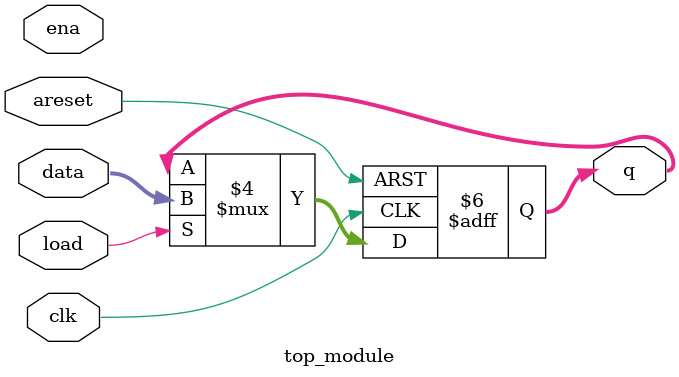
<source format=sv>
module top_module(
    input clk,
    input areset,
    input load,
    input ena,
    input [3:0] data,
    output reg [3:0] q);

    always @(posedge clk or posedge areset) begin
        if (areset) begin
            q <= 4'b0;
        end else if (load) begin
            q <= data;
        end else if (ena) begin
            q <= {q[3], q[2:0]};
        end
    end

endmodule

</source>
